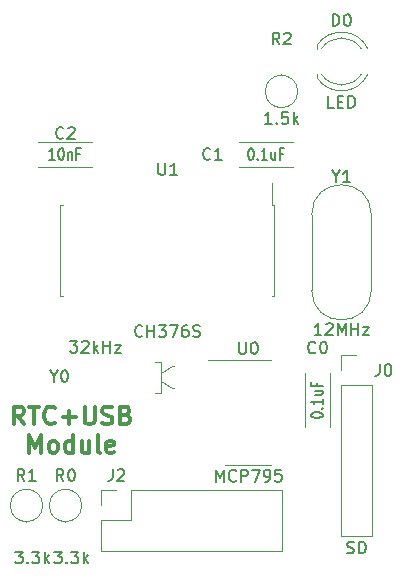
<source format=gbr>
%TF.GenerationSoftware,KiCad,Pcbnew,(6.0.4)*%
%TF.CreationDate,2023-06-25T20:19:56+02:00*%
%TF.ProjectId,CH376_MCP795_Module,43483337-365f-44d4-9350-3739355f4d6f,rev?*%
%TF.SameCoordinates,Original*%
%TF.FileFunction,Legend,Top*%
%TF.FilePolarity,Positive*%
%FSLAX46Y46*%
G04 Gerber Fmt 4.6, Leading zero omitted, Abs format (unit mm)*
G04 Created by KiCad (PCBNEW (6.0.4)) date 2023-06-25 20:19:56*
%MOMM*%
%LPD*%
G01*
G04 APERTURE LIST*
%ADD10C,0.300000*%
%ADD11C,0.150000*%
%ADD12C,0.120000*%
G04 APERTURE END LIST*
D10*
X134394285Y-135361071D02*
X133894285Y-134646785D01*
X133537142Y-135361071D02*
X133537142Y-133861071D01*
X134108571Y-133861071D01*
X134251428Y-133932500D01*
X134322857Y-134003928D01*
X134394285Y-134146785D01*
X134394285Y-134361071D01*
X134322857Y-134503928D01*
X134251428Y-134575357D01*
X134108571Y-134646785D01*
X133537142Y-134646785D01*
X134822857Y-133861071D02*
X135680000Y-133861071D01*
X135251428Y-135361071D02*
X135251428Y-133861071D01*
X137037142Y-135218214D02*
X136965714Y-135289642D01*
X136751428Y-135361071D01*
X136608571Y-135361071D01*
X136394285Y-135289642D01*
X136251428Y-135146785D01*
X136180000Y-135003928D01*
X136108571Y-134718214D01*
X136108571Y-134503928D01*
X136180000Y-134218214D01*
X136251428Y-134075357D01*
X136394285Y-133932500D01*
X136608571Y-133861071D01*
X136751428Y-133861071D01*
X136965714Y-133932500D01*
X137037142Y-134003928D01*
X137680000Y-134789642D02*
X138822857Y-134789642D01*
X138251428Y-135361071D02*
X138251428Y-134218214D01*
X139537142Y-133861071D02*
X139537142Y-135075357D01*
X139608571Y-135218214D01*
X139680000Y-135289642D01*
X139822857Y-135361071D01*
X140108571Y-135361071D01*
X140251428Y-135289642D01*
X140322857Y-135218214D01*
X140394285Y-135075357D01*
X140394285Y-133861071D01*
X141037142Y-135289642D02*
X141251428Y-135361071D01*
X141608571Y-135361071D01*
X141751428Y-135289642D01*
X141822857Y-135218214D01*
X141894285Y-135075357D01*
X141894285Y-134932500D01*
X141822857Y-134789642D01*
X141751428Y-134718214D01*
X141608571Y-134646785D01*
X141322857Y-134575357D01*
X141180000Y-134503928D01*
X141108571Y-134432500D01*
X141037142Y-134289642D01*
X141037142Y-134146785D01*
X141108571Y-134003928D01*
X141180000Y-133932500D01*
X141322857Y-133861071D01*
X141680000Y-133861071D01*
X141894285Y-133932500D01*
X143037142Y-134575357D02*
X143251428Y-134646785D01*
X143322857Y-134718214D01*
X143394285Y-134861071D01*
X143394285Y-135075357D01*
X143322857Y-135218214D01*
X143251428Y-135289642D01*
X143108571Y-135361071D01*
X142537142Y-135361071D01*
X142537142Y-133861071D01*
X143037142Y-133861071D01*
X143180000Y-133932500D01*
X143251428Y-134003928D01*
X143322857Y-134146785D01*
X143322857Y-134289642D01*
X143251428Y-134432500D01*
X143180000Y-134503928D01*
X143037142Y-134575357D01*
X142537142Y-134575357D01*
X134858571Y-137776071D02*
X134858571Y-136276071D01*
X135358571Y-137347500D01*
X135858571Y-136276071D01*
X135858571Y-137776071D01*
X136787142Y-137776071D02*
X136644285Y-137704642D01*
X136572857Y-137633214D01*
X136501428Y-137490357D01*
X136501428Y-137061785D01*
X136572857Y-136918928D01*
X136644285Y-136847500D01*
X136787142Y-136776071D01*
X137001428Y-136776071D01*
X137144285Y-136847500D01*
X137215714Y-136918928D01*
X137287142Y-137061785D01*
X137287142Y-137490357D01*
X137215714Y-137633214D01*
X137144285Y-137704642D01*
X137001428Y-137776071D01*
X136787142Y-137776071D01*
X138572857Y-137776071D02*
X138572857Y-136276071D01*
X138572857Y-137704642D02*
X138430000Y-137776071D01*
X138144285Y-137776071D01*
X138001428Y-137704642D01*
X137930000Y-137633214D01*
X137858571Y-137490357D01*
X137858571Y-137061785D01*
X137930000Y-136918928D01*
X138001428Y-136847500D01*
X138144285Y-136776071D01*
X138430000Y-136776071D01*
X138572857Y-136847500D01*
X139930000Y-136776071D02*
X139930000Y-137776071D01*
X139287142Y-136776071D02*
X139287142Y-137561785D01*
X139358571Y-137704642D01*
X139501428Y-137776071D01*
X139715714Y-137776071D01*
X139858571Y-137704642D01*
X139930000Y-137633214D01*
X140858571Y-137776071D02*
X140715714Y-137704642D01*
X140644285Y-137561785D01*
X140644285Y-136276071D01*
X142001428Y-137704642D02*
X141858571Y-137776071D01*
X141572857Y-137776071D01*
X141430000Y-137704642D01*
X141358571Y-137561785D01*
X141358571Y-136990357D01*
X141430000Y-136847500D01*
X141572857Y-136776071D01*
X141858571Y-136776071D01*
X142001428Y-136847500D01*
X142072857Y-136990357D01*
X142072857Y-137133214D01*
X141358571Y-137276071D01*
D11*
%TO.C,R0*%
X137755333Y-140152380D02*
X137422000Y-139676190D01*
X137183904Y-140152380D02*
X137183904Y-139152380D01*
X137564857Y-139152380D01*
X137660095Y-139200000D01*
X137707714Y-139247619D01*
X137755333Y-139342857D01*
X137755333Y-139485714D01*
X137707714Y-139580952D01*
X137660095Y-139628571D01*
X137564857Y-139676190D01*
X137183904Y-139676190D01*
X138374380Y-139152380D02*
X138469619Y-139152380D01*
X138564857Y-139200000D01*
X138612476Y-139247619D01*
X138660095Y-139342857D01*
X138707714Y-139533333D01*
X138707714Y-139771428D01*
X138660095Y-139961904D01*
X138612476Y-140057142D01*
X138564857Y-140104761D01*
X138469619Y-140152380D01*
X138374380Y-140152380D01*
X138279142Y-140104761D01*
X138231523Y-140057142D01*
X138183904Y-139961904D01*
X138136285Y-139771428D01*
X138136285Y-139533333D01*
X138183904Y-139342857D01*
X138231523Y-139247619D01*
X138279142Y-139200000D01*
X138374380Y-139152380D01*
X136977619Y-146137380D02*
X137596666Y-146137380D01*
X137263333Y-146518333D01*
X137406190Y-146518333D01*
X137501428Y-146565952D01*
X137549047Y-146613571D01*
X137596666Y-146708809D01*
X137596666Y-146946904D01*
X137549047Y-147042142D01*
X137501428Y-147089761D01*
X137406190Y-147137380D01*
X137120476Y-147137380D01*
X137025238Y-147089761D01*
X136977619Y-147042142D01*
X138025238Y-147042142D02*
X138072857Y-147089761D01*
X138025238Y-147137380D01*
X137977619Y-147089761D01*
X138025238Y-147042142D01*
X138025238Y-147137380D01*
X138406190Y-146137380D02*
X139025238Y-146137380D01*
X138691904Y-146518333D01*
X138834761Y-146518333D01*
X138930000Y-146565952D01*
X138977619Y-146613571D01*
X139025238Y-146708809D01*
X139025238Y-146946904D01*
X138977619Y-147042142D01*
X138930000Y-147089761D01*
X138834761Y-147137380D01*
X138549047Y-147137380D01*
X138453809Y-147089761D01*
X138406190Y-147042142D01*
X139453809Y-147137380D02*
X139453809Y-146137380D01*
X139549047Y-146756428D02*
X139834761Y-147137380D01*
X139834761Y-146470714D02*
X139453809Y-146851666D01*
%TO.C,C1*%
X150201333Y-112879142D02*
X150153714Y-112926761D01*
X150010857Y-112974380D01*
X149915619Y-112974380D01*
X149772761Y-112926761D01*
X149677523Y-112831523D01*
X149629904Y-112736285D01*
X149582285Y-112545809D01*
X149582285Y-112402952D01*
X149629904Y-112212476D01*
X149677523Y-112117238D01*
X149772761Y-112022000D01*
X149915619Y-111974380D01*
X150010857Y-111974380D01*
X150153714Y-112022000D01*
X150201333Y-112069619D01*
X151153714Y-112974380D02*
X150582285Y-112974380D01*
X150868000Y-112974380D02*
X150868000Y-111974380D01*
X150772761Y-112117238D01*
X150677523Y-112212476D01*
X150582285Y-112260095D01*
X153585714Y-111974380D02*
X153661904Y-111974380D01*
X153738095Y-112022000D01*
X153776190Y-112069619D01*
X153814285Y-112164857D01*
X153852380Y-112355333D01*
X153852380Y-112593428D01*
X153814285Y-112783904D01*
X153776190Y-112879142D01*
X153738095Y-112926761D01*
X153661904Y-112974380D01*
X153585714Y-112974380D01*
X153509523Y-112926761D01*
X153471428Y-112879142D01*
X153433333Y-112783904D01*
X153395238Y-112593428D01*
X153395238Y-112355333D01*
X153433333Y-112164857D01*
X153471428Y-112069619D01*
X153509523Y-112022000D01*
X153585714Y-111974380D01*
X154195238Y-112879142D02*
X154233333Y-112926761D01*
X154195238Y-112974380D01*
X154157142Y-112926761D01*
X154195238Y-112879142D01*
X154195238Y-112974380D01*
X154995238Y-112974380D02*
X154538095Y-112974380D01*
X154766666Y-112974380D02*
X154766666Y-111974380D01*
X154690476Y-112117238D01*
X154614285Y-112212476D01*
X154538095Y-112260095D01*
X155680952Y-112307714D02*
X155680952Y-112974380D01*
X155338095Y-112307714D02*
X155338095Y-112831523D01*
X155376190Y-112926761D01*
X155452380Y-112974380D01*
X155566666Y-112974380D01*
X155642857Y-112926761D01*
X155680952Y-112879142D01*
X156328571Y-112450571D02*
X156061904Y-112450571D01*
X156061904Y-112974380D02*
X156061904Y-111974380D01*
X156442857Y-111974380D01*
%TO.C,D0*%
X160546904Y-101640380D02*
X160546904Y-100640380D01*
X160785000Y-100640380D01*
X160927857Y-100688000D01*
X161023095Y-100783238D01*
X161070714Y-100878476D01*
X161118333Y-101068952D01*
X161118333Y-101211809D01*
X161070714Y-101402285D01*
X161023095Y-101497523D01*
X160927857Y-101592761D01*
X160785000Y-101640380D01*
X160546904Y-101640380D01*
X161737380Y-100640380D02*
X161832619Y-100640380D01*
X161927857Y-100688000D01*
X161975476Y-100735619D01*
X162023095Y-100830857D01*
X162070714Y-101021333D01*
X162070714Y-101259428D01*
X162023095Y-101449904D01*
X161975476Y-101545142D01*
X161927857Y-101592761D01*
X161832619Y-101640380D01*
X161737380Y-101640380D01*
X161642142Y-101592761D01*
X161594523Y-101545142D01*
X161546904Y-101449904D01*
X161499285Y-101259428D01*
X161499285Y-101021333D01*
X161546904Y-100830857D01*
X161594523Y-100735619D01*
X161642142Y-100688000D01*
X161737380Y-100640380D01*
X160642142Y-108560380D02*
X160165952Y-108560380D01*
X160165952Y-107560380D01*
X160975476Y-108036571D02*
X161308809Y-108036571D01*
X161451666Y-108560380D02*
X160975476Y-108560380D01*
X160975476Y-107560380D01*
X161451666Y-107560380D01*
X161880238Y-108560380D02*
X161880238Y-107560380D01*
X162118333Y-107560380D01*
X162261190Y-107608000D01*
X162356428Y-107703238D01*
X162404047Y-107798476D01*
X162451666Y-107988952D01*
X162451666Y-108131809D01*
X162404047Y-108322285D01*
X162356428Y-108417523D01*
X162261190Y-108512761D01*
X162118333Y-108560380D01*
X161880238Y-108560380D01*
%TO.C,C0*%
X159091333Y-129262142D02*
X159043714Y-129309761D01*
X158900857Y-129357380D01*
X158805619Y-129357380D01*
X158662761Y-129309761D01*
X158567523Y-129214523D01*
X158519904Y-129119285D01*
X158472285Y-128928809D01*
X158472285Y-128785952D01*
X158519904Y-128595476D01*
X158567523Y-128500238D01*
X158662761Y-128405000D01*
X158805619Y-128357380D01*
X158900857Y-128357380D01*
X159043714Y-128405000D01*
X159091333Y-128452619D01*
X159710380Y-128357380D02*
X159805619Y-128357380D01*
X159900857Y-128405000D01*
X159948476Y-128452619D01*
X159996095Y-128547857D01*
X160043714Y-128738333D01*
X160043714Y-128976428D01*
X159996095Y-129166904D01*
X159948476Y-129262142D01*
X159900857Y-129309761D01*
X159805619Y-129357380D01*
X159710380Y-129357380D01*
X159615142Y-129309761D01*
X159567523Y-129262142D01*
X159519904Y-129166904D01*
X159472285Y-128976428D01*
X159472285Y-128738333D01*
X159519904Y-128547857D01*
X159567523Y-128452619D01*
X159615142Y-128405000D01*
X159710380Y-128357380D01*
X158710380Y-134624285D02*
X158710380Y-134548095D01*
X158758000Y-134471904D01*
X158805619Y-134433809D01*
X158900857Y-134395714D01*
X159091333Y-134357619D01*
X159329428Y-134357619D01*
X159519904Y-134395714D01*
X159615142Y-134433809D01*
X159662761Y-134471904D01*
X159710380Y-134548095D01*
X159710380Y-134624285D01*
X159662761Y-134700476D01*
X159615142Y-134738571D01*
X159519904Y-134776666D01*
X159329428Y-134814761D01*
X159091333Y-134814761D01*
X158900857Y-134776666D01*
X158805619Y-134738571D01*
X158758000Y-134700476D01*
X158710380Y-134624285D01*
X159615142Y-134014761D02*
X159662761Y-133976666D01*
X159710380Y-134014761D01*
X159662761Y-134052857D01*
X159615142Y-134014761D01*
X159710380Y-134014761D01*
X159710380Y-133214761D02*
X159710380Y-133671904D01*
X159710380Y-133443333D02*
X158710380Y-133443333D01*
X158853238Y-133519523D01*
X158948476Y-133595714D01*
X158996095Y-133671904D01*
X159043714Y-132529047D02*
X159710380Y-132529047D01*
X159043714Y-132871904D02*
X159567523Y-132871904D01*
X159662761Y-132833809D01*
X159710380Y-132757619D01*
X159710380Y-132643333D01*
X159662761Y-132567142D01*
X159615142Y-132529047D01*
X159186571Y-131881428D02*
X159186571Y-132148095D01*
X159710380Y-132148095D02*
X158710380Y-132148095D01*
X158710380Y-131767142D01*
%TO.C,J2*%
X141906666Y-139152380D02*
X141906666Y-139866666D01*
X141859047Y-140009523D01*
X141763809Y-140104761D01*
X141620952Y-140152380D01*
X141525714Y-140152380D01*
X142335238Y-139247619D02*
X142382857Y-139200000D01*
X142478095Y-139152380D01*
X142716190Y-139152380D01*
X142811428Y-139200000D01*
X142859047Y-139247619D01*
X142906666Y-139342857D01*
X142906666Y-139438095D01*
X142859047Y-139580952D01*
X142287619Y-140152380D01*
X142906666Y-140152380D01*
%TO.C,U0*%
X152619095Y-128418380D02*
X152619095Y-129227904D01*
X152666714Y-129323142D01*
X152714333Y-129370761D01*
X152809571Y-129418380D01*
X153000047Y-129418380D01*
X153095285Y-129370761D01*
X153142904Y-129323142D01*
X153190523Y-129227904D01*
X153190523Y-128418380D01*
X153857190Y-128418380D02*
X153952428Y-128418380D01*
X154047666Y-128466000D01*
X154095285Y-128513619D01*
X154142904Y-128608857D01*
X154190523Y-128799333D01*
X154190523Y-129037428D01*
X154142904Y-129227904D01*
X154095285Y-129323142D01*
X154047666Y-129370761D01*
X153952428Y-129418380D01*
X153857190Y-129418380D01*
X153761952Y-129370761D01*
X153714333Y-129323142D01*
X153666714Y-129227904D01*
X153619095Y-129037428D01*
X153619095Y-128799333D01*
X153666714Y-128608857D01*
X153714333Y-128513619D01*
X153761952Y-128466000D01*
X153857190Y-128418380D01*
X150654095Y-140213380D02*
X150654095Y-139213380D01*
X150987428Y-139927666D01*
X151320761Y-139213380D01*
X151320761Y-140213380D01*
X152368380Y-140118142D02*
X152320761Y-140165761D01*
X152177904Y-140213380D01*
X152082666Y-140213380D01*
X151939809Y-140165761D01*
X151844571Y-140070523D01*
X151796952Y-139975285D01*
X151749333Y-139784809D01*
X151749333Y-139641952D01*
X151796952Y-139451476D01*
X151844571Y-139356238D01*
X151939809Y-139261000D01*
X152082666Y-139213380D01*
X152177904Y-139213380D01*
X152320761Y-139261000D01*
X152368380Y-139308619D01*
X152796952Y-140213380D02*
X152796952Y-139213380D01*
X153177904Y-139213380D01*
X153273142Y-139261000D01*
X153320761Y-139308619D01*
X153368380Y-139403857D01*
X153368380Y-139546714D01*
X153320761Y-139641952D01*
X153273142Y-139689571D01*
X153177904Y-139737190D01*
X152796952Y-139737190D01*
X153701714Y-139213380D02*
X154368380Y-139213380D01*
X153939809Y-140213380D01*
X154796952Y-140213380D02*
X154987428Y-140213380D01*
X155082666Y-140165761D01*
X155130285Y-140118142D01*
X155225523Y-139975285D01*
X155273142Y-139784809D01*
X155273142Y-139403857D01*
X155225523Y-139308619D01*
X155177904Y-139261000D01*
X155082666Y-139213380D01*
X154892190Y-139213380D01*
X154796952Y-139261000D01*
X154749333Y-139308619D01*
X154701714Y-139403857D01*
X154701714Y-139641952D01*
X154749333Y-139737190D01*
X154796952Y-139784809D01*
X154892190Y-139832428D01*
X155082666Y-139832428D01*
X155177904Y-139784809D01*
X155225523Y-139737190D01*
X155273142Y-139641952D01*
X156177904Y-139213380D02*
X155701714Y-139213380D01*
X155654095Y-139689571D01*
X155701714Y-139641952D01*
X155796952Y-139594333D01*
X156035047Y-139594333D01*
X156130285Y-139641952D01*
X156177904Y-139689571D01*
X156225523Y-139784809D01*
X156225523Y-140022904D01*
X156177904Y-140118142D01*
X156130285Y-140165761D01*
X156035047Y-140213380D01*
X155796952Y-140213380D01*
X155701714Y-140165761D01*
X155654095Y-140118142D01*
%TO.C,Y0*%
X136937809Y-131294190D02*
X136937809Y-131770380D01*
X136604476Y-130770380D02*
X136937809Y-131294190D01*
X137271142Y-130770380D01*
X137794952Y-130770380D02*
X137890190Y-130770380D01*
X137985428Y-130818000D01*
X138033047Y-130865619D01*
X138080666Y-130960857D01*
X138128285Y-131151333D01*
X138128285Y-131389428D01*
X138080666Y-131579904D01*
X138033047Y-131675142D01*
X137985428Y-131722761D01*
X137890190Y-131770380D01*
X137794952Y-131770380D01*
X137699714Y-131722761D01*
X137652095Y-131675142D01*
X137604476Y-131579904D01*
X137556857Y-131389428D01*
X137556857Y-131151333D01*
X137604476Y-130960857D01*
X137652095Y-130865619D01*
X137699714Y-130818000D01*
X137794952Y-130770380D01*
X138319142Y-128296380D02*
X138938190Y-128296380D01*
X138604857Y-128677333D01*
X138747714Y-128677333D01*
X138842952Y-128724952D01*
X138890571Y-128772571D01*
X138938190Y-128867809D01*
X138938190Y-129105904D01*
X138890571Y-129201142D01*
X138842952Y-129248761D01*
X138747714Y-129296380D01*
X138462000Y-129296380D01*
X138366761Y-129248761D01*
X138319142Y-129201142D01*
X139319142Y-128391619D02*
X139366761Y-128344000D01*
X139462000Y-128296380D01*
X139700095Y-128296380D01*
X139795333Y-128344000D01*
X139842952Y-128391619D01*
X139890571Y-128486857D01*
X139890571Y-128582095D01*
X139842952Y-128724952D01*
X139271523Y-129296380D01*
X139890571Y-129296380D01*
X140319142Y-129296380D02*
X140319142Y-128296380D01*
X140414380Y-128915428D02*
X140700095Y-129296380D01*
X140700095Y-128629714D02*
X140319142Y-129010666D01*
X141128666Y-129296380D02*
X141128666Y-128296380D01*
X141128666Y-128772571D02*
X141700095Y-128772571D01*
X141700095Y-129296380D02*
X141700095Y-128296380D01*
X142081047Y-128629714D02*
X142604857Y-128629714D01*
X142081047Y-129296380D01*
X142604857Y-129296380D01*
%TO.C,R1*%
X134453333Y-140152380D02*
X134120000Y-139676190D01*
X133881904Y-140152380D02*
X133881904Y-139152380D01*
X134262857Y-139152380D01*
X134358095Y-139200000D01*
X134405714Y-139247619D01*
X134453333Y-139342857D01*
X134453333Y-139485714D01*
X134405714Y-139580952D01*
X134358095Y-139628571D01*
X134262857Y-139676190D01*
X133881904Y-139676190D01*
X135405714Y-140152380D02*
X134834285Y-140152380D01*
X135120000Y-140152380D02*
X135120000Y-139152380D01*
X135024761Y-139295238D01*
X134929523Y-139390476D01*
X134834285Y-139438095D01*
X133675619Y-146137380D02*
X134294666Y-146137380D01*
X133961333Y-146518333D01*
X134104190Y-146518333D01*
X134199428Y-146565952D01*
X134247047Y-146613571D01*
X134294666Y-146708809D01*
X134294666Y-146946904D01*
X134247047Y-147042142D01*
X134199428Y-147089761D01*
X134104190Y-147137380D01*
X133818476Y-147137380D01*
X133723238Y-147089761D01*
X133675619Y-147042142D01*
X134723238Y-147042142D02*
X134770857Y-147089761D01*
X134723238Y-147137380D01*
X134675619Y-147089761D01*
X134723238Y-147042142D01*
X134723238Y-147137380D01*
X135104190Y-146137380D02*
X135723238Y-146137380D01*
X135389904Y-146518333D01*
X135532761Y-146518333D01*
X135628000Y-146565952D01*
X135675619Y-146613571D01*
X135723238Y-146708809D01*
X135723238Y-146946904D01*
X135675619Y-147042142D01*
X135628000Y-147089761D01*
X135532761Y-147137380D01*
X135247047Y-147137380D01*
X135151809Y-147089761D01*
X135104190Y-147042142D01*
X136151809Y-147137380D02*
X136151809Y-146137380D01*
X136247047Y-146756428D02*
X136532761Y-147137380D01*
X136532761Y-146470714D02*
X136151809Y-146851666D01*
%TO.C,J0*%
X164512666Y-130262380D02*
X164512666Y-130976666D01*
X164465047Y-131119523D01*
X164369809Y-131214761D01*
X164226952Y-131262380D01*
X164131714Y-131262380D01*
X165179333Y-130262380D02*
X165274571Y-130262380D01*
X165369809Y-130310000D01*
X165417428Y-130357619D01*
X165465047Y-130452857D01*
X165512666Y-130643333D01*
X165512666Y-130881428D01*
X165465047Y-131071904D01*
X165417428Y-131167142D01*
X165369809Y-131214761D01*
X165274571Y-131262380D01*
X165179333Y-131262380D01*
X165084095Y-131214761D01*
X165036476Y-131167142D01*
X164988857Y-131071904D01*
X164941238Y-130881428D01*
X164941238Y-130643333D01*
X164988857Y-130452857D01*
X165036476Y-130357619D01*
X165084095Y-130310000D01*
X165179333Y-130262380D01*
X161774285Y-146244761D02*
X161917142Y-146292380D01*
X162155238Y-146292380D01*
X162250476Y-146244761D01*
X162298095Y-146197142D01*
X162345714Y-146101904D01*
X162345714Y-146006666D01*
X162298095Y-145911428D01*
X162250476Y-145863809D01*
X162155238Y-145816190D01*
X161964761Y-145768571D01*
X161869523Y-145720952D01*
X161821904Y-145673333D01*
X161774285Y-145578095D01*
X161774285Y-145482857D01*
X161821904Y-145387619D01*
X161869523Y-145340000D01*
X161964761Y-145292380D01*
X162202857Y-145292380D01*
X162345714Y-145340000D01*
X162774285Y-146292380D02*
X162774285Y-145292380D01*
X163012380Y-145292380D01*
X163155238Y-145340000D01*
X163250476Y-145435238D01*
X163298095Y-145530476D01*
X163345714Y-145720952D01*
X163345714Y-145863809D01*
X163298095Y-146054285D01*
X163250476Y-146149523D01*
X163155238Y-146244761D01*
X163012380Y-146292380D01*
X162774285Y-146292380D01*
%TO.C,R2*%
X156043333Y-103195380D02*
X155710000Y-102719190D01*
X155471904Y-103195380D02*
X155471904Y-102195380D01*
X155852857Y-102195380D01*
X155948095Y-102243000D01*
X155995714Y-102290619D01*
X156043333Y-102385857D01*
X156043333Y-102528714D01*
X155995714Y-102623952D01*
X155948095Y-102671571D01*
X155852857Y-102719190D01*
X155471904Y-102719190D01*
X156424285Y-102290619D02*
X156471904Y-102243000D01*
X156567142Y-102195380D01*
X156805238Y-102195380D01*
X156900476Y-102243000D01*
X156948095Y-102290619D01*
X156995714Y-102385857D01*
X156995714Y-102481095D01*
X156948095Y-102623952D01*
X156376666Y-103195380D01*
X156995714Y-103195380D01*
X155376666Y-109926380D02*
X154805238Y-109926380D01*
X155090952Y-109926380D02*
X155090952Y-108926380D01*
X154995714Y-109069238D01*
X154900476Y-109164476D01*
X154805238Y-109212095D01*
X155805238Y-109831142D02*
X155852857Y-109878761D01*
X155805238Y-109926380D01*
X155757619Y-109878761D01*
X155805238Y-109831142D01*
X155805238Y-109926380D01*
X156757619Y-108926380D02*
X156281428Y-108926380D01*
X156233809Y-109402571D01*
X156281428Y-109354952D01*
X156376666Y-109307333D01*
X156614761Y-109307333D01*
X156710000Y-109354952D01*
X156757619Y-109402571D01*
X156805238Y-109497809D01*
X156805238Y-109735904D01*
X156757619Y-109831142D01*
X156710000Y-109878761D01*
X156614761Y-109926380D01*
X156376666Y-109926380D01*
X156281428Y-109878761D01*
X156233809Y-109831142D01*
X157233809Y-109926380D02*
X157233809Y-108926380D01*
X157329047Y-109545428D02*
X157614761Y-109926380D01*
X157614761Y-109259714D02*
X157233809Y-109640666D01*
%TO.C,Y1*%
X160813809Y-114370190D02*
X160813809Y-114846380D01*
X160480476Y-113846380D02*
X160813809Y-114370190D01*
X161147142Y-113846380D01*
X162004285Y-114846380D02*
X161432857Y-114846380D01*
X161718571Y-114846380D02*
X161718571Y-113846380D01*
X161623333Y-113989238D01*
X161528095Y-114084476D01*
X161432857Y-114132095D01*
X159599523Y-127800380D02*
X159028095Y-127800380D01*
X159313809Y-127800380D02*
X159313809Y-126800380D01*
X159218571Y-126943238D01*
X159123333Y-127038476D01*
X159028095Y-127086095D01*
X159980476Y-126895619D02*
X160028095Y-126848000D01*
X160123333Y-126800380D01*
X160361428Y-126800380D01*
X160456666Y-126848000D01*
X160504285Y-126895619D01*
X160551904Y-126990857D01*
X160551904Y-127086095D01*
X160504285Y-127228952D01*
X159932857Y-127800380D01*
X160551904Y-127800380D01*
X160980476Y-127800380D02*
X160980476Y-126800380D01*
X161313809Y-127514666D01*
X161647142Y-126800380D01*
X161647142Y-127800380D01*
X162123333Y-127800380D02*
X162123333Y-126800380D01*
X162123333Y-127276571D02*
X162694761Y-127276571D01*
X162694761Y-127800380D02*
X162694761Y-126800380D01*
X163075714Y-127133714D02*
X163599523Y-127133714D01*
X163075714Y-127800380D01*
X163599523Y-127800380D01*
%TO.C,C2*%
X137755333Y-111101142D02*
X137707714Y-111148761D01*
X137564857Y-111196380D01*
X137469619Y-111196380D01*
X137326761Y-111148761D01*
X137231523Y-111053523D01*
X137183904Y-110958285D01*
X137136285Y-110767809D01*
X137136285Y-110624952D01*
X137183904Y-110434476D01*
X137231523Y-110339238D01*
X137326761Y-110244000D01*
X137469619Y-110196380D01*
X137564857Y-110196380D01*
X137707714Y-110244000D01*
X137755333Y-110291619D01*
X138136285Y-110291619D02*
X138183904Y-110244000D01*
X138279142Y-110196380D01*
X138517238Y-110196380D01*
X138612476Y-110244000D01*
X138660095Y-110291619D01*
X138707714Y-110386857D01*
X138707714Y-110482095D01*
X138660095Y-110624952D01*
X138088666Y-111196380D01*
X138707714Y-111196380D01*
X137024857Y-112974380D02*
X136567714Y-112974380D01*
X136796285Y-112974380D02*
X136796285Y-111974380D01*
X136720095Y-112117238D01*
X136643904Y-112212476D01*
X136567714Y-112260095D01*
X137520095Y-111974380D02*
X137596285Y-111974380D01*
X137672476Y-112022000D01*
X137710571Y-112069619D01*
X137748666Y-112164857D01*
X137786761Y-112355333D01*
X137786761Y-112593428D01*
X137748666Y-112783904D01*
X137710571Y-112879142D01*
X137672476Y-112926761D01*
X137596285Y-112974380D01*
X137520095Y-112974380D01*
X137443904Y-112926761D01*
X137405809Y-112879142D01*
X137367714Y-112783904D01*
X137329619Y-112593428D01*
X137329619Y-112355333D01*
X137367714Y-112164857D01*
X137405809Y-112069619D01*
X137443904Y-112022000D01*
X137520095Y-111974380D01*
X138129619Y-112307714D02*
X138129619Y-112974380D01*
X138129619Y-112402952D02*
X138167714Y-112355333D01*
X138243904Y-112307714D01*
X138358190Y-112307714D01*
X138434380Y-112355333D01*
X138472476Y-112450571D01*
X138472476Y-112974380D01*
X139120095Y-112450571D02*
X138853428Y-112450571D01*
X138853428Y-112974380D02*
X138853428Y-111974380D01*
X139234380Y-111974380D01*
%TO.C,U1*%
X145796095Y-113244380D02*
X145796095Y-114053904D01*
X145843714Y-114149142D01*
X145891333Y-114196761D01*
X145986571Y-114244380D01*
X146177047Y-114244380D01*
X146272285Y-114196761D01*
X146319904Y-114149142D01*
X146367523Y-114053904D01*
X146367523Y-113244380D01*
X147367523Y-114244380D02*
X146796095Y-114244380D01*
X147081809Y-114244380D02*
X147081809Y-113244380D01*
X146986571Y-113387238D01*
X146891333Y-113482476D01*
X146796095Y-113530095D01*
X144438952Y-127865142D02*
X144391333Y-127912761D01*
X144248476Y-127960380D01*
X144153238Y-127960380D01*
X144010380Y-127912761D01*
X143915142Y-127817523D01*
X143867523Y-127722285D01*
X143819904Y-127531809D01*
X143819904Y-127388952D01*
X143867523Y-127198476D01*
X143915142Y-127103238D01*
X144010380Y-127008000D01*
X144153238Y-126960380D01*
X144248476Y-126960380D01*
X144391333Y-127008000D01*
X144438952Y-127055619D01*
X144867523Y-127960380D02*
X144867523Y-126960380D01*
X144867523Y-127436571D02*
X145438952Y-127436571D01*
X145438952Y-127960380D02*
X145438952Y-126960380D01*
X145819904Y-126960380D02*
X146438952Y-126960380D01*
X146105619Y-127341333D01*
X146248476Y-127341333D01*
X146343714Y-127388952D01*
X146391333Y-127436571D01*
X146438952Y-127531809D01*
X146438952Y-127769904D01*
X146391333Y-127865142D01*
X146343714Y-127912761D01*
X146248476Y-127960380D01*
X145962761Y-127960380D01*
X145867523Y-127912761D01*
X145819904Y-127865142D01*
X146772285Y-126960380D02*
X147438952Y-126960380D01*
X147010380Y-127960380D01*
X148248476Y-126960380D02*
X148058000Y-126960380D01*
X147962761Y-127008000D01*
X147915142Y-127055619D01*
X147819904Y-127198476D01*
X147772285Y-127388952D01*
X147772285Y-127769904D01*
X147819904Y-127865142D01*
X147867523Y-127912761D01*
X147962761Y-127960380D01*
X148153238Y-127960380D01*
X148248476Y-127912761D01*
X148296095Y-127865142D01*
X148343714Y-127769904D01*
X148343714Y-127531809D01*
X148296095Y-127436571D01*
X148248476Y-127388952D01*
X148153238Y-127341333D01*
X147962761Y-127341333D01*
X147867523Y-127388952D01*
X147819904Y-127436571D01*
X147772285Y-127531809D01*
X148724666Y-127912761D02*
X148867523Y-127960380D01*
X149105619Y-127960380D01*
X149200857Y-127912761D01*
X149248476Y-127865142D01*
X149296095Y-127769904D01*
X149296095Y-127674666D01*
X149248476Y-127579428D01*
X149200857Y-127531809D01*
X149105619Y-127484190D01*
X148915142Y-127436571D01*
X148819904Y-127388952D01*
X148772285Y-127341333D01*
X148724666Y-127246095D01*
X148724666Y-127150857D01*
X148772285Y-127055619D01*
X148819904Y-127008000D01*
X148915142Y-126960380D01*
X149153238Y-126960380D01*
X149296095Y-127008000D01*
D12*
%TO.C,R0*%
X137922000Y-143610000D02*
X137922000Y-143680000D01*
X139292000Y-142240000D02*
G75*
G03*
X139292000Y-142240000I-1370000J0D01*
G01*
%TO.C,C1*%
X152630000Y-113577000D02*
X152630000Y-113592000D01*
X157170000Y-111452000D02*
X157170000Y-111467000D01*
X152630000Y-113592000D02*
X157170000Y-113592000D01*
X157170000Y-113577000D02*
X157170000Y-113592000D01*
X152630000Y-111452000D02*
X152630000Y-111467000D01*
X152630000Y-111452000D02*
X157170000Y-111452000D01*
%TO.C,D0*%
X159225000Y-103249000D02*
X159225000Y-103568000D01*
X159225000Y-105728000D02*
X159225000Y-106047000D01*
X159225000Y-106046749D02*
G75*
G03*
X163528242Y-105728724I2060000J1398749D01*
G01*
X159601670Y-105728000D02*
G75*
G03*
X162967713Y-105728961I1683330J1080000D01*
G01*
X162967713Y-103567039D02*
G75*
G03*
X159601670Y-103568000I-1682713J-1080961D01*
G01*
X163528242Y-103567276D02*
G75*
G03*
X159225000Y-103249251I-2243242J-1080724D01*
G01*
%TO.C,C0*%
X160313000Y-135580000D02*
X160328000Y-135580000D01*
X158188000Y-135580000D02*
X158203000Y-135580000D01*
X158188000Y-131040000D02*
X158203000Y-131040000D01*
X160328000Y-135580000D02*
X160328000Y-131040000D01*
X160313000Y-131040000D02*
X160328000Y-131040000D01*
X158188000Y-135580000D02*
X158188000Y-131040000D01*
%TO.C,J2*%
X140910000Y-143510000D02*
X143510000Y-143510000D01*
X140910000Y-146110000D02*
X156270000Y-146110000D01*
X143510000Y-143510000D02*
X143510000Y-140910000D01*
X143510000Y-140910000D02*
X156270000Y-140910000D01*
X140910000Y-140910000D02*
X142240000Y-140910000D01*
X140910000Y-142240000D02*
X140910000Y-140910000D01*
X140910000Y-146110000D02*
X140910000Y-143510000D01*
X156270000Y-146110000D02*
X156270000Y-140910000D01*
%TO.C,U0*%
X153416000Y-138801000D02*
X151466000Y-138801000D01*
X153416000Y-129931000D02*
X149966000Y-129931000D01*
X153416000Y-129931000D02*
X155366000Y-129931000D01*
X153416000Y-138801000D02*
X155366000Y-138801000D01*
%TO.C,Y0*%
X146028000Y-131734000D02*
X146928000Y-132334000D01*
X146928000Y-130434000D02*
X147128000Y-130434000D01*
X146028000Y-131034000D02*
X146928000Y-130434000D01*
X146028000Y-132684000D02*
X145528000Y-132684000D01*
X145528000Y-130084000D02*
X146028000Y-130084000D01*
X146028000Y-130084000D02*
X146028000Y-132684000D01*
X146928000Y-132334000D02*
X147128000Y-132334000D01*
%TO.C,R1*%
X134620000Y-143610000D02*
X134620000Y-143680000D01*
X135990000Y-142240000D02*
G75*
G03*
X135990000Y-142240000I-1370000J0D01*
G01*
%TO.C,J0*%
X163890000Y-132080000D02*
X163890000Y-144840000D01*
X161230000Y-132080000D02*
X161230000Y-144840000D01*
X161230000Y-129480000D02*
X162560000Y-129480000D01*
X161230000Y-132080000D02*
X163890000Y-132080000D01*
X161230000Y-144840000D02*
X163890000Y-144840000D01*
X161230000Y-130810000D02*
X161230000Y-129480000D01*
%TO.C,R2*%
X156210000Y-105818000D02*
X156210000Y-105748000D01*
X157580000Y-107188000D02*
G75*
G03*
X157580000Y-107188000I-1370000J0D01*
G01*
%TO.C,Y1*%
X158765000Y-124004000D02*
X158765000Y-117604000D01*
X163815000Y-124004000D02*
X163815000Y-117604000D01*
X163815000Y-117604000D02*
G75*
G03*
X158765000Y-117604000I-2525000J0D01*
G01*
X158765000Y-124004000D02*
G75*
G03*
X163815000Y-124004000I2525000J0D01*
G01*
%TO.C,C2*%
X135612000Y-113592000D02*
X140152000Y-113592000D01*
X140152000Y-113577000D02*
X140152000Y-113592000D01*
X135612000Y-111452000D02*
X140152000Y-111452000D01*
X135612000Y-111452000D02*
X135612000Y-111467000D01*
X140152000Y-111452000D02*
X140152000Y-111467000D01*
X135612000Y-113577000D02*
X135612000Y-113592000D01*
%TO.C,U1*%
X155618000Y-124510000D02*
X155373000Y-124510000D01*
X155618000Y-120650000D02*
X155618000Y-116790000D01*
X137498000Y-120650000D02*
X137498000Y-124510000D01*
X155373000Y-116790000D02*
X155373000Y-114975000D01*
X137498000Y-116790000D02*
X137743000Y-116790000D01*
X137498000Y-124510000D02*
X137743000Y-124510000D01*
X155618000Y-116790000D02*
X155373000Y-116790000D01*
X137498000Y-120650000D02*
X137498000Y-116790000D01*
X155618000Y-120650000D02*
X155618000Y-124510000D01*
%TD*%
M02*

</source>
